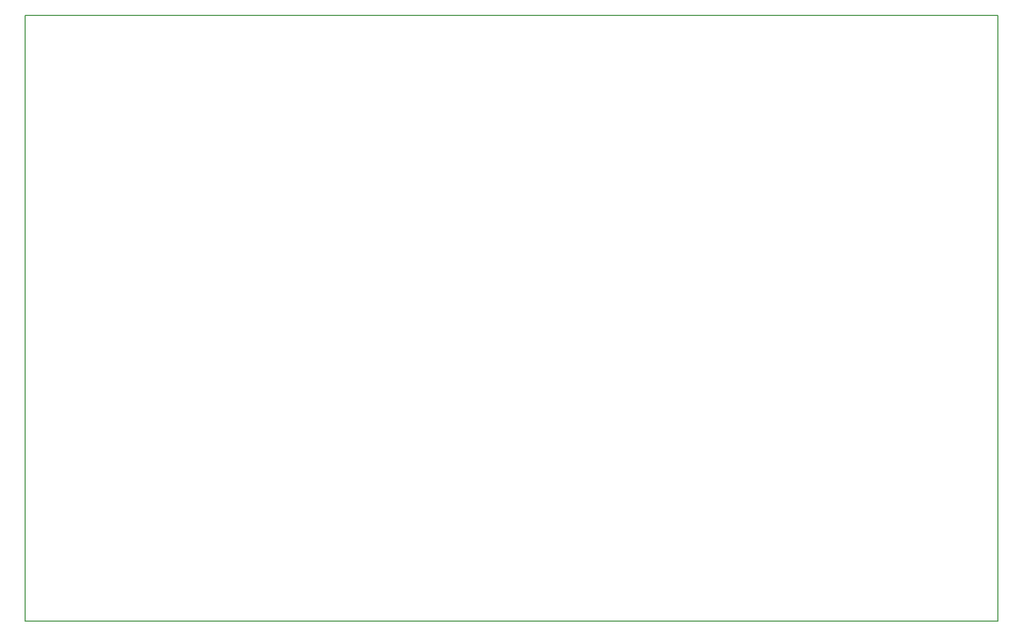
<source format=gbr>
G04 #@! TF.GenerationSoftware,KiCad,Pcbnew,7.0.8*
G04 #@! TF.CreationDate,2025-05-19T15:23:48+02:00*
G04 #@! TF.ProjectId,AXINT_CE6C_CRESUS,4158494e-545f-4434-9536-435f43524553,rev?*
G04 #@! TF.SameCoordinates,Original*
G04 #@! TF.FileFunction,Profile,NP*
%FSLAX46Y46*%
G04 Gerber Fmt 4.6, Leading zero omitted, Abs format (unit mm)*
G04 Created by KiCad (PCBNEW 7.0.8) date 2025-05-19 15:23:48*
%MOMM*%
%LPD*%
G01*
G04 APERTURE LIST*
G04 #@! TA.AperFunction,Profile*
%ADD10C,0.200000*%
G04 #@! TD*
G04 APERTURE END LIST*
D10*
X230760000Y-140000008D02*
X70000000Y-140000000D01*
X70000000Y-40000020D02*
X230760000Y-40000020D01*
X70000000Y-140000000D02*
X70000000Y-40000020D01*
X230760000Y-40000020D02*
X230760000Y-140000000D01*
M02*

</source>
